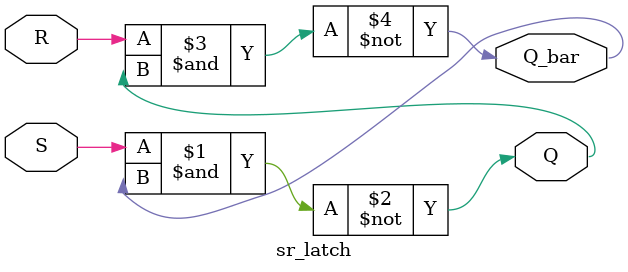
<source format=v>
`timescale 1ns / 1ps


module sr_latch(
input S,R,
output Q,Q_bar
    );
assign #1 Q= ~(S & Q_bar);
assign #1 Q_bar= ~(R & Q);
endmodule
</source>
